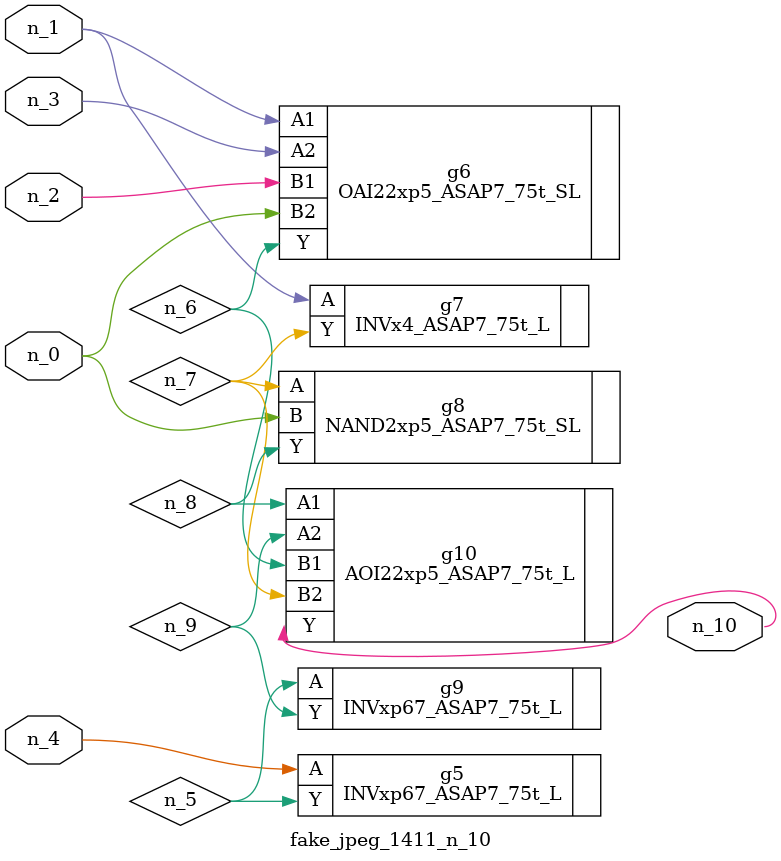
<source format=v>
module fake_jpeg_1411_n_10 (n_3, n_2, n_1, n_0, n_4, n_10);

input n_3;
input n_2;
input n_1;
input n_0;
input n_4;

output n_10;

wire n_8;
wire n_9;
wire n_6;
wire n_5;
wire n_7;

INVxp67_ASAP7_75t_L g5 ( 
.A(n_4),
.Y(n_5)
);

OAI22xp5_ASAP7_75t_SL g6 ( 
.A1(n_1),
.A2(n_3),
.B1(n_2),
.B2(n_0),
.Y(n_6)
);

INVx4_ASAP7_75t_L g7 ( 
.A(n_1),
.Y(n_7)
);

NAND2xp5_ASAP7_75t_SL g8 ( 
.A(n_7),
.B(n_0),
.Y(n_8)
);

AOI22xp5_ASAP7_75t_L g10 ( 
.A1(n_8),
.A2(n_9),
.B1(n_6),
.B2(n_7),
.Y(n_10)
);

INVxp67_ASAP7_75t_L g9 ( 
.A(n_5),
.Y(n_9)
);


endmodule
</source>
